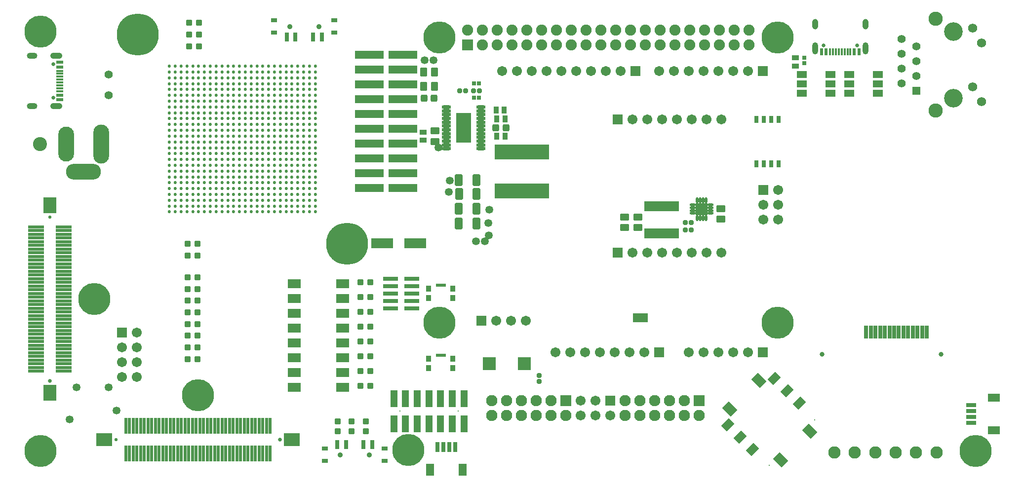
<source format=gts>
G04*
G04 #@! TF.GenerationSoftware,Altium Limited,Altium Designer,24.10.1 (45)*
G04*
G04 Layer_Color=8388736*
%FSLAX44Y44*%
%MOMM*%
G71*
G04*
G04 #@! TF.SameCoordinates,2A984072-E791-4F40-B98E-8DF9AE0FA605*
G04*
G04*
G04 #@! TF.FilePolarity,Negative*
G04*
G01*
G75*
%ADD27R,0.9000X1.0000*%
%ADD28R,1.7000X0.5500*%
%ADD31R,2.1600X1.5200*%
%ADD49R,1.1500X0.3000*%
%ADD50R,1.1500X0.6000*%
%ADD53R,0.7000X1.5000*%
%ADD54R,1.0000X0.8000*%
%ADD55C,0.5300*%
%ADD58R,0.6000X1.1500*%
%ADD60R,0.7600X1.2700*%
%ADD71R,0.3000X1.1500*%
%ADD74R,2.6000X1.6000*%
%ADD75R,4.9532X1.4032*%
%ADD76R,9.2964X2.5908*%
%ADD77R,1.2032X2.9532*%
%ADD78R,0.5532X2.7032*%
%ADD79R,2.7032X2.2032*%
%ADD80R,3.7032X1.8032*%
%ADD81R,2.6032X0.8032*%
%ADD82R,2.7032X0.5532*%
%ADD83R,2.2032X2.7032*%
G04:AMPARAMS|DCode=84|XSize=2.0032mm|YSize=1.3532mm|CornerRadius=0.2454mm|HoleSize=0mm|Usage=FLASHONLY|Rotation=270.000|XOffset=0mm|YOffset=0mm|HoleType=Round|Shape=RoundedRectangle|*
%AMROUNDEDRECTD84*
21,1,2.0032,0.8625,0,0,270.0*
21,1,1.5125,1.3532,0,0,270.0*
1,1,0.4907,-0.4313,-0.7563*
1,1,0.4907,-0.4313,0.7563*
1,1,0.4907,0.4313,0.7563*
1,1,0.4907,0.4313,-0.7563*
%
%ADD84ROUNDEDRECTD84*%
G04:AMPARAMS|DCode=85|XSize=1.0032mm|YSize=1.0032mm|CornerRadius=0.2016mm|HoleSize=0mm|Usage=FLASHONLY|Rotation=180.000|XOffset=0mm|YOffset=0mm|HoleType=Round|Shape=RoundedRectangle|*
%AMROUNDEDRECTD85*
21,1,1.0032,0.6000,0,0,180.0*
21,1,0.6000,1.0032,0,0,180.0*
1,1,0.4032,-0.3000,0.3000*
1,1,0.4032,0.3000,0.3000*
1,1,0.4032,0.3000,-0.3000*
1,1,0.4032,-0.3000,-0.3000*
%
%ADD85ROUNDEDRECTD85*%
G04:AMPARAMS|DCode=86|XSize=1.2032mm|YSize=1.1032mm|CornerRadius=0.2141mm|HoleSize=0mm|Usage=FLASHONLY|Rotation=270.000|XOffset=0mm|YOffset=0mm|HoleType=Round|Shape=RoundedRectangle|*
%AMROUNDEDRECTD86*
21,1,1.2032,0.6750,0,0,270.0*
21,1,0.7750,1.1032,0,0,270.0*
1,1,0.4282,-0.3375,-0.3875*
1,1,0.4282,-0.3375,0.3875*
1,1,0.4282,0.3375,0.3875*
1,1,0.4282,0.3375,-0.3875*
%
%ADD86ROUNDEDRECTD86*%
G04:AMPARAMS|DCode=87|XSize=1.6032mm|YSize=1.2032mm|CornerRadius=0.2266mm|HoleSize=0mm|Usage=FLASHONLY|Rotation=270.000|XOffset=0mm|YOffset=0mm|HoleType=Round|Shape=RoundedRectangle|*
%AMROUNDEDRECTD87*
21,1,1.6032,0.7500,0,0,270.0*
21,1,1.1500,1.2032,0,0,270.0*
1,1,0.4532,-0.3750,-0.5750*
1,1,0.4532,-0.3750,0.5750*
1,1,0.4532,0.3750,0.5750*
1,1,0.4532,0.3750,-0.5750*
%
%ADD87ROUNDEDRECTD87*%
G04:AMPARAMS|DCode=88|XSize=1.6032mm|YSize=1.2032mm|CornerRadius=0.2266mm|HoleSize=0mm|Usage=FLASHONLY|Rotation=0.000|XOffset=0mm|YOffset=0mm|HoleType=Round|Shape=RoundedRectangle|*
%AMROUNDEDRECTD88*
21,1,1.6032,0.7500,0,0,0.0*
21,1,1.1500,1.2032,0,0,0.0*
1,1,0.4532,0.5750,-0.3750*
1,1,0.4532,-0.5750,-0.3750*
1,1,0.4532,-0.5750,0.3750*
1,1,0.4532,0.5750,0.3750*
%
%ADD88ROUNDEDRECTD88*%
%ADD89R,0.9532X1.1532*%
%ADD90O,1.6032X0.6532*%
%ADD91R,2.5632X5.1432*%
%ADD92R,1.1532X0.9532*%
%ADD93R,0.7600X0.7600*%
G04:AMPARAMS|DCode=94|XSize=0.8032mm|YSize=0.8032mm|CornerRadius=0.1616mm|HoleSize=0mm|Usage=FLASHONLY|Rotation=270.000|XOffset=0mm|YOffset=0mm|HoleType=Round|Shape=RoundedRectangle|*
%AMROUNDEDRECTD94*
21,1,0.8032,0.4800,0,0,270.0*
21,1,0.4800,0.8032,0,0,270.0*
1,1,0.3232,-0.2400,-0.2400*
1,1,0.3232,-0.2400,0.2400*
1,1,0.3232,0.2400,0.2400*
1,1,0.3232,0.2400,-0.2400*
%
%ADD94ROUNDEDRECTD94*%
%ADD95R,0.8032X1.7532*%
%ADD96R,1.4032X2.0032*%
%ADD97R,0.7033X2.2032*%
%ADD98R,1.7032X1.2032*%
%ADD99R,0.7600X0.7600*%
%ADD100R,1.7532X0.8032*%
G04:AMPARAMS|DCode=101|XSize=2.1032mm|YSize=1.6032mm|CornerRadius=0mm|HoleSize=0mm|Usage=FLASHONLY|Rotation=135.000|XOffset=0mm|YOffset=0mm|HoleType=Round|Shape=Rectangle|*
%AMROTATEDRECTD101*
4,1,4,1.3104,-0.1768,0.1768,-1.3104,-1.3104,0.1768,-0.1768,1.3104,1.3104,-0.1768,0.0*
%
%ADD101ROTATEDRECTD101*%

%ADD102O,1.1032X0.4532*%
%ADD103R,2.0032X2.0032*%
%ADD104O,0.4532X1.1032*%
G04:AMPARAMS|DCode=105|XSize=1.9032mm|YSize=1.4032mm|CornerRadius=0mm|HoleSize=0mm|Usage=FLASHONLY|Rotation=45.000|XOffset=0mm|YOffset=0mm|HoleType=Round|Shape=Rectangle|*
%AMROTATEDRECTD105*
4,1,4,-0.1768,-1.1690,-1.1690,-0.1768,0.1768,1.1690,1.1690,0.1768,-0.1768,-1.1690,0.0*
%
%ADD105ROTATEDRECTD105*%

%ADD106R,2.2032X2.2032*%
G04:AMPARAMS|DCode=107|XSize=0.8032mm|YSize=0.8032mm|CornerRadius=0.1616mm|HoleSize=0mm|Usage=FLASHONLY|Rotation=180.000|XOffset=0mm|YOffset=0mm|HoleType=Round|Shape=RoundedRectangle|*
%AMROUNDEDRECTD107*
21,1,0.8032,0.4800,0,0,180.0*
21,1,0.4800,0.8032,0,0,180.0*
1,1,0.3232,-0.2400,0.2400*
1,1,0.3232,0.2400,0.2400*
1,1,0.3232,0.2400,-0.2400*
1,1,0.3232,-0.2400,-0.2400*
%
%ADD107ROUNDEDRECTD107*%
%ADD108R,5.9032X1.8032*%
%ADD109R,0.8382X1.4732*%
G04:AMPARAMS|DCode=110|XSize=1.0032mm|YSize=1.0032mm|CornerRadius=0.2016mm|HoleSize=0mm|Usage=FLASHONLY|Rotation=270.000|XOffset=0mm|YOffset=0mm|HoleType=Round|Shape=RoundedRectangle|*
%AMROUNDEDRECTD110*
21,1,1.0032,0.6000,0,0,270.0*
21,1,0.6000,1.0032,0,0,270.0*
1,1,0.4032,-0.3000,-0.3000*
1,1,0.4032,-0.3000,0.3000*
1,1,0.4032,0.3000,0.3000*
1,1,0.4032,0.3000,-0.3000*
%
%ADD110ROUNDEDRECTD110*%
%ADD111R,2.0032X1.4032*%
%ADD112C,0.2032*%
%ADD113C,0.6782*%
%ADD114C,0.5782*%
G04:AMPARAMS|DCode=115|XSize=6.0032mm|YSize=2.7032mm|CornerRadius=1.3516mm|HoleSize=0mm|Usage=FLASHONLY|Rotation=0.000|XOffset=0mm|YOffset=0mm|HoleType=Round|Shape=RoundedRectangle|*
%AMROUNDEDRECTD115*
21,1,6.0032,0.0000,0,0,0.0*
21,1,3.3000,2.7032,0,0,0.0*
1,1,2.7032,1.6500,0.0000*
1,1,2.7032,-1.6500,0.0000*
1,1,2.7032,-1.6500,0.0000*
1,1,2.7032,1.6500,0.0000*
%
%ADD115ROUNDEDRECTD115*%
G04:AMPARAMS|DCode=116|XSize=6.0032mm|YSize=2.7032mm|CornerRadius=1.3516mm|HoleSize=0mm|Usage=FLASHONLY|Rotation=270.000|XOffset=0mm|YOffset=0mm|HoleType=Round|Shape=RoundedRectangle|*
%AMROUNDEDRECTD116*
21,1,6.0032,0.0000,0,0,270.0*
21,1,3.3000,2.7032,0,0,270.0*
1,1,2.7032,0.0000,-1.6500*
1,1,2.7032,0.0000,1.6500*
1,1,2.7032,0.0000,1.6500*
1,1,2.7032,0.0000,-1.6500*
%
%ADD116ROUNDEDRECTD116*%
G04:AMPARAMS|DCode=117|XSize=6.7032mm|YSize=2.7032mm|CornerRadius=1.3516mm|HoleSize=0mm|Usage=FLASHONLY|Rotation=270.000|XOffset=0mm|YOffset=0mm|HoleType=Round|Shape=RoundedRectangle|*
%AMROUNDEDRECTD117*
21,1,6.7032,0.0000,0,0,270.0*
21,1,4.0000,2.7032,0,0,270.0*
1,1,2.7032,0.0000,-2.0000*
1,1,2.7032,0.0000,2.0000*
1,1,2.7032,0.0000,2.0000*
1,1,2.7032,0.0000,-2.0000*
%
%ADD117ROUNDEDRECTD117*%
%ADD118C,2.4032*%
%ADD119C,1.7032*%
%ADD120R,1.7032X1.7032*%
%ADD121C,0.5588*%
%ADD122C,5.5032*%
G04:AMPARAMS|DCode=123|XSize=1mm|YSize=1.8mm|CornerRadius=0.5mm|HoleSize=0mm|Usage=FLASHONLY|Rotation=270.000|XOffset=0mm|YOffset=0mm|HoleType=Round|Shape=RoundedRectangle|*
%AMROUNDEDRECTD123*
21,1,1.0000,0.8000,0,0,270.0*
21,1,0.0000,1.8000,0,0,270.0*
1,1,1.0000,-0.4000,0.0000*
1,1,1.0000,-0.4000,0.0000*
1,1,1.0000,0.4000,0.0000*
1,1,1.0000,0.4000,0.0000*
%
%ADD123ROUNDEDRECTD123*%
G04:AMPARAMS|DCode=124|XSize=1mm|YSize=2.1mm|CornerRadius=0.5mm|HoleSize=0mm|Usage=FLASHONLY|Rotation=270.000|XOffset=0mm|YOffset=0mm|HoleType=Round|Shape=RoundedRectangle|*
%AMROUNDEDRECTD124*
21,1,1.0000,1.1000,0,0,270.0*
21,1,0.0000,2.1000,0,0,270.0*
1,1,1.0000,-0.5500,0.0000*
1,1,1.0000,-0.5500,0.0000*
1,1,1.0000,0.5500,0.0000*
1,1,1.0000,0.5500,0.0000*
%
%ADD124ROUNDEDRECTD124*%
%ADD125C,0.6500*%
%ADD126C,7.2032*%
%ADD127C,0.9000*%
%ADD128R,1.7032X1.7032*%
%ADD129C,0.8032*%
%ADD130C,1.3900*%
%ADD131C,1.9032*%
%ADD132C,2.1032*%
%ADD133C,1.9304*%
%ADD134C,1.4032*%
%ADD135C,1.5700*%
%ADD136R,1.9032X1.9032*%
%ADD137R,1.8796X1.8796*%
%ADD138C,3.2000*%
%ADD139R,1.3900X1.3900*%
%ADD140C,2.4500*%
G04:AMPARAMS|DCode=141|XSize=1mm|YSize=1.8mm|CornerRadius=0.5mm|HoleSize=0mm|Usage=FLASHONLY|Rotation=180.000|XOffset=0mm|YOffset=0mm|HoleType=Round|Shape=RoundedRectangle|*
%AMROUNDEDRECTD141*
21,1,1.0000,0.8000,0,0,180.0*
21,1,0.0000,1.8000,0,0,180.0*
1,1,1.0000,0.0000,0.4000*
1,1,1.0000,0.0000,0.4000*
1,1,1.0000,0.0000,-0.4000*
1,1,1.0000,0.0000,-0.4000*
%
%ADD141ROUNDEDRECTD141*%
G04:AMPARAMS|DCode=142|XSize=1mm|YSize=2.1mm|CornerRadius=0.5mm|HoleSize=0mm|Usage=FLASHONLY|Rotation=180.000|XOffset=0mm|YOffset=0mm|HoleType=Round|Shape=RoundedRectangle|*
%AMROUNDEDRECTD142*
21,1,1.0000,1.1000,0,0,180.0*
21,1,0.0000,2.1000,0,0,180.0*
1,1,1.0000,0.0000,0.5500*
1,1,1.0000,0.0000,0.5500*
1,1,1.0000,0.0000,-0.5500*
1,1,1.0000,0.0000,-0.5500*
%
%ADD142ROUNDEDRECTD142*%
%ADD143C,1.3462*%
%ADD144C,0.7032*%
D27*
X444500Y-502000D02*
D03*
Y-518000D02*
D03*
X485500D02*
D03*
Y-502000D02*
D03*
Y-398000D02*
D03*
X444500D02*
D03*
Y-382000D02*
D03*
X485500D02*
D03*
D28*
X465000Y-495750D02*
D03*
Y-375750D02*
D03*
D31*
X296570Y-525780D02*
D03*
Y-398780D02*
D03*
Y-373380D02*
D03*
Y-474980D02*
D03*
Y-424180D02*
D03*
Y-500380D02*
D03*
Y-551180D02*
D03*
Y-449580D02*
D03*
X213970Y-551180D02*
D03*
Y-525780D02*
D03*
Y-500380D02*
D03*
Y-474980D02*
D03*
Y-449580D02*
D03*
Y-424180D02*
D03*
Y-373380D02*
D03*
Y-398780D02*
D03*
D49*
X-188500Y-7920D02*
D03*
Y-12920D02*
D03*
Y-17920D02*
D03*
Y-22920D02*
D03*
Y-27920D02*
D03*
Y-32920D02*
D03*
Y-37920D02*
D03*
Y-42920D02*
D03*
D50*
Y-1420D02*
D03*
Y-49420D02*
D03*
Y-57420D02*
D03*
Y6580D02*
D03*
D53*
X260880Y50460D02*
D03*
X245880D02*
D03*
X200880D02*
D03*
X215880D02*
D03*
X347540Y-649130D02*
D03*
X302540D02*
D03*
X287540D02*
D03*
X332540D02*
D03*
D54*
X179380Y78460D02*
D03*
Y57460D02*
D03*
X282380Y78460D02*
D03*
Y57460D02*
D03*
X266040Y-677130D02*
D03*
Y-656130D02*
D03*
X369040Y-677130D02*
D03*
Y-656130D02*
D03*
D55*
X0Y-250000D02*
D03*
Y-240000D02*
D03*
Y-230000D02*
D03*
Y-220000D02*
D03*
Y-210000D02*
D03*
Y-200000D02*
D03*
Y-190000D02*
D03*
Y-180000D02*
D03*
Y-170000D02*
D03*
Y-160000D02*
D03*
Y-150000D02*
D03*
Y-140000D02*
D03*
Y-130000D02*
D03*
Y-120000D02*
D03*
Y-110000D02*
D03*
Y-100000D02*
D03*
Y-90000D02*
D03*
Y-80000D02*
D03*
Y-70000D02*
D03*
Y-60000D02*
D03*
Y-50000D02*
D03*
Y-40000D02*
D03*
Y-30000D02*
D03*
Y-20000D02*
D03*
Y-10000D02*
D03*
Y0D02*
D03*
X10000Y-250000D02*
D03*
Y-240000D02*
D03*
Y-230000D02*
D03*
Y-220000D02*
D03*
Y-210000D02*
D03*
Y-200000D02*
D03*
Y-190000D02*
D03*
Y-180000D02*
D03*
Y-170000D02*
D03*
Y-160000D02*
D03*
Y-150000D02*
D03*
Y-140000D02*
D03*
Y-130000D02*
D03*
Y-120000D02*
D03*
Y-110000D02*
D03*
Y-100000D02*
D03*
Y-90000D02*
D03*
Y-80000D02*
D03*
Y-70000D02*
D03*
Y-60000D02*
D03*
Y-50000D02*
D03*
Y-40000D02*
D03*
Y-30000D02*
D03*
Y-20000D02*
D03*
Y-10000D02*
D03*
Y0D02*
D03*
X20000Y-250000D02*
D03*
Y-240000D02*
D03*
Y-230000D02*
D03*
Y-220000D02*
D03*
Y-210000D02*
D03*
Y-200000D02*
D03*
Y-190000D02*
D03*
Y-180000D02*
D03*
Y-170000D02*
D03*
Y-160000D02*
D03*
Y-150000D02*
D03*
Y-140000D02*
D03*
Y-130000D02*
D03*
Y-120000D02*
D03*
Y-110000D02*
D03*
Y-100000D02*
D03*
Y-90000D02*
D03*
Y-80000D02*
D03*
Y-70000D02*
D03*
Y-60000D02*
D03*
Y-50000D02*
D03*
Y-40000D02*
D03*
Y-30000D02*
D03*
Y-20000D02*
D03*
Y-10000D02*
D03*
Y0D02*
D03*
X30000Y-250000D02*
D03*
Y-240000D02*
D03*
Y-230000D02*
D03*
Y-220000D02*
D03*
Y-210000D02*
D03*
Y-200000D02*
D03*
Y-190000D02*
D03*
Y-180000D02*
D03*
Y-170000D02*
D03*
Y-160000D02*
D03*
Y-150000D02*
D03*
Y-140000D02*
D03*
Y-130000D02*
D03*
Y-120000D02*
D03*
Y-110000D02*
D03*
Y-100000D02*
D03*
Y-90000D02*
D03*
Y-80000D02*
D03*
Y-70000D02*
D03*
Y-60000D02*
D03*
Y-50000D02*
D03*
Y-40000D02*
D03*
Y-30000D02*
D03*
Y-20000D02*
D03*
Y-10000D02*
D03*
Y0D02*
D03*
X40000Y-250000D02*
D03*
Y-240000D02*
D03*
Y-230000D02*
D03*
Y-220000D02*
D03*
Y-210000D02*
D03*
Y-200000D02*
D03*
Y-190000D02*
D03*
Y-180000D02*
D03*
Y-170000D02*
D03*
Y-160000D02*
D03*
Y-150000D02*
D03*
Y-140000D02*
D03*
Y-130000D02*
D03*
Y-120000D02*
D03*
Y-110000D02*
D03*
Y-100000D02*
D03*
Y-90000D02*
D03*
Y-80000D02*
D03*
Y-70000D02*
D03*
Y-60000D02*
D03*
Y-50000D02*
D03*
Y-40000D02*
D03*
Y-30000D02*
D03*
Y-20000D02*
D03*
Y-10000D02*
D03*
Y0D02*
D03*
X50000Y-250000D02*
D03*
Y-240000D02*
D03*
Y-230000D02*
D03*
Y-220000D02*
D03*
Y-210000D02*
D03*
Y-200000D02*
D03*
Y-190000D02*
D03*
Y-180000D02*
D03*
Y-170000D02*
D03*
Y-160000D02*
D03*
Y-150000D02*
D03*
Y-140000D02*
D03*
Y-130000D02*
D03*
Y-120000D02*
D03*
Y-110000D02*
D03*
Y-100000D02*
D03*
Y-90000D02*
D03*
Y-80000D02*
D03*
Y-70000D02*
D03*
Y-60000D02*
D03*
Y-50000D02*
D03*
Y-40000D02*
D03*
Y-30000D02*
D03*
Y-20000D02*
D03*
Y-10000D02*
D03*
Y0D02*
D03*
X60000Y-250000D02*
D03*
Y-240000D02*
D03*
Y-230000D02*
D03*
Y-220000D02*
D03*
Y-210000D02*
D03*
Y-200000D02*
D03*
Y-190000D02*
D03*
Y-180000D02*
D03*
Y-170000D02*
D03*
Y-160000D02*
D03*
Y-150000D02*
D03*
Y-140000D02*
D03*
Y-130000D02*
D03*
Y-120000D02*
D03*
Y-110000D02*
D03*
Y-100000D02*
D03*
Y-90000D02*
D03*
Y-80000D02*
D03*
Y-70000D02*
D03*
Y-60000D02*
D03*
Y-50000D02*
D03*
Y-40000D02*
D03*
Y-30000D02*
D03*
Y-20000D02*
D03*
Y-10000D02*
D03*
Y0D02*
D03*
X70000Y-250000D02*
D03*
Y-240000D02*
D03*
Y-230000D02*
D03*
Y-220000D02*
D03*
Y-210000D02*
D03*
Y-200000D02*
D03*
Y-190000D02*
D03*
Y-180000D02*
D03*
Y-170000D02*
D03*
Y-160000D02*
D03*
Y-150000D02*
D03*
Y-140000D02*
D03*
Y-130000D02*
D03*
Y-120000D02*
D03*
Y-110000D02*
D03*
Y-100000D02*
D03*
Y-90000D02*
D03*
Y-80000D02*
D03*
Y-70000D02*
D03*
Y-60000D02*
D03*
Y-50000D02*
D03*
Y-40000D02*
D03*
Y-30000D02*
D03*
Y-20000D02*
D03*
Y-10000D02*
D03*
Y0D02*
D03*
X80000Y-250000D02*
D03*
Y-240000D02*
D03*
Y-230000D02*
D03*
Y-220000D02*
D03*
Y-210000D02*
D03*
Y-200000D02*
D03*
Y-190000D02*
D03*
Y-180000D02*
D03*
Y-170000D02*
D03*
Y-160000D02*
D03*
Y-150000D02*
D03*
Y-140000D02*
D03*
Y-130000D02*
D03*
Y-120000D02*
D03*
Y-110000D02*
D03*
Y-100000D02*
D03*
Y-90000D02*
D03*
Y-80000D02*
D03*
Y-70000D02*
D03*
Y-60000D02*
D03*
Y-50000D02*
D03*
Y-40000D02*
D03*
Y-30000D02*
D03*
Y-20000D02*
D03*
Y-10000D02*
D03*
Y0D02*
D03*
X90000Y-250000D02*
D03*
Y-240000D02*
D03*
Y-230000D02*
D03*
Y-220000D02*
D03*
Y-210000D02*
D03*
Y-200000D02*
D03*
Y-190000D02*
D03*
Y-180000D02*
D03*
Y-170000D02*
D03*
Y-160000D02*
D03*
Y-150000D02*
D03*
Y-140000D02*
D03*
Y-130000D02*
D03*
Y-120000D02*
D03*
Y-110000D02*
D03*
Y-100000D02*
D03*
Y-90000D02*
D03*
Y-80000D02*
D03*
Y-70000D02*
D03*
Y-60000D02*
D03*
Y-50000D02*
D03*
Y-40000D02*
D03*
Y-30000D02*
D03*
Y-20000D02*
D03*
Y-10000D02*
D03*
Y0D02*
D03*
X100000Y-250000D02*
D03*
Y-240000D02*
D03*
Y-230000D02*
D03*
Y-220000D02*
D03*
Y-210000D02*
D03*
Y-200000D02*
D03*
Y-190000D02*
D03*
Y-180000D02*
D03*
Y-170000D02*
D03*
Y-160000D02*
D03*
Y-150000D02*
D03*
Y-140000D02*
D03*
Y-130000D02*
D03*
Y-120000D02*
D03*
Y-110000D02*
D03*
Y-100000D02*
D03*
Y-90000D02*
D03*
Y-80000D02*
D03*
Y-70000D02*
D03*
Y-60000D02*
D03*
Y-50000D02*
D03*
Y-40000D02*
D03*
Y-30000D02*
D03*
Y-20000D02*
D03*
Y-10000D02*
D03*
Y0D02*
D03*
X110000Y-250000D02*
D03*
Y-240000D02*
D03*
Y-230000D02*
D03*
Y-220000D02*
D03*
Y-210000D02*
D03*
Y-200000D02*
D03*
Y-190000D02*
D03*
Y-180000D02*
D03*
Y-170000D02*
D03*
Y-160000D02*
D03*
Y-150000D02*
D03*
Y-140000D02*
D03*
Y-130000D02*
D03*
Y-120000D02*
D03*
Y-110000D02*
D03*
Y-100000D02*
D03*
Y-90000D02*
D03*
Y-80000D02*
D03*
Y-70000D02*
D03*
Y-60000D02*
D03*
Y-50000D02*
D03*
Y-40000D02*
D03*
Y-30000D02*
D03*
Y-20000D02*
D03*
Y-10000D02*
D03*
Y0D02*
D03*
X120000Y-250000D02*
D03*
Y-240000D02*
D03*
Y-230000D02*
D03*
Y-220000D02*
D03*
Y-210000D02*
D03*
Y-200000D02*
D03*
Y-190000D02*
D03*
Y-180000D02*
D03*
Y-170000D02*
D03*
Y-160000D02*
D03*
Y-150000D02*
D03*
Y-140000D02*
D03*
Y-130000D02*
D03*
Y-120000D02*
D03*
Y-110000D02*
D03*
Y-100000D02*
D03*
Y-90000D02*
D03*
Y-80000D02*
D03*
Y-70000D02*
D03*
Y-60000D02*
D03*
Y-50000D02*
D03*
Y-40000D02*
D03*
Y-30000D02*
D03*
Y-20000D02*
D03*
Y-10000D02*
D03*
Y0D02*
D03*
X130000Y-250000D02*
D03*
Y-240000D02*
D03*
Y-230000D02*
D03*
Y-220000D02*
D03*
Y-210000D02*
D03*
Y-200000D02*
D03*
Y-190000D02*
D03*
Y-180000D02*
D03*
Y-170000D02*
D03*
Y-160000D02*
D03*
Y-150000D02*
D03*
Y-140000D02*
D03*
Y-130000D02*
D03*
Y-120000D02*
D03*
Y-110000D02*
D03*
Y-100000D02*
D03*
Y-90000D02*
D03*
Y-80000D02*
D03*
Y-70000D02*
D03*
Y-60000D02*
D03*
Y-50000D02*
D03*
Y-40000D02*
D03*
Y-30000D02*
D03*
Y-20000D02*
D03*
Y-10000D02*
D03*
Y0D02*
D03*
X140000Y-250000D02*
D03*
Y-240000D02*
D03*
Y-230000D02*
D03*
Y-220000D02*
D03*
Y-210000D02*
D03*
Y-200000D02*
D03*
Y-190000D02*
D03*
Y-180000D02*
D03*
Y-170000D02*
D03*
Y-160000D02*
D03*
Y-150000D02*
D03*
Y-140000D02*
D03*
Y-130000D02*
D03*
Y-120000D02*
D03*
Y-110000D02*
D03*
Y-100000D02*
D03*
Y-90000D02*
D03*
Y-80000D02*
D03*
Y-70000D02*
D03*
Y-60000D02*
D03*
Y-50000D02*
D03*
Y-40000D02*
D03*
Y-30000D02*
D03*
Y-20000D02*
D03*
Y-10000D02*
D03*
Y0D02*
D03*
X150000Y-250000D02*
D03*
Y-240000D02*
D03*
Y-230000D02*
D03*
Y-220000D02*
D03*
Y-210000D02*
D03*
Y-200000D02*
D03*
Y-190000D02*
D03*
Y-180000D02*
D03*
Y-170000D02*
D03*
Y-160000D02*
D03*
Y-150000D02*
D03*
Y-140000D02*
D03*
Y-130000D02*
D03*
Y-120000D02*
D03*
Y-110000D02*
D03*
Y-100000D02*
D03*
Y-90000D02*
D03*
Y-80000D02*
D03*
Y-70000D02*
D03*
Y-60000D02*
D03*
Y-50000D02*
D03*
Y-40000D02*
D03*
Y-30000D02*
D03*
Y-20000D02*
D03*
Y-10000D02*
D03*
Y0D02*
D03*
X160000Y-250000D02*
D03*
Y-240000D02*
D03*
Y-230000D02*
D03*
Y-220000D02*
D03*
Y-210000D02*
D03*
Y-200000D02*
D03*
Y-190000D02*
D03*
Y-180000D02*
D03*
Y-170000D02*
D03*
Y-160000D02*
D03*
Y-150000D02*
D03*
Y-140000D02*
D03*
Y-130000D02*
D03*
Y-120000D02*
D03*
Y-110000D02*
D03*
Y-100000D02*
D03*
Y-90000D02*
D03*
Y-80000D02*
D03*
Y-70000D02*
D03*
Y-60000D02*
D03*
Y-50000D02*
D03*
Y-40000D02*
D03*
Y-30000D02*
D03*
Y-20000D02*
D03*
Y-10000D02*
D03*
Y0D02*
D03*
X170000Y-250000D02*
D03*
Y-240000D02*
D03*
Y-230000D02*
D03*
Y-220000D02*
D03*
Y-210000D02*
D03*
Y-200000D02*
D03*
Y-190000D02*
D03*
Y-180000D02*
D03*
Y-170000D02*
D03*
Y-160000D02*
D03*
Y-150000D02*
D03*
Y-140000D02*
D03*
Y-130000D02*
D03*
Y-120000D02*
D03*
Y-110000D02*
D03*
Y-100000D02*
D03*
Y-90000D02*
D03*
Y-80000D02*
D03*
Y-70000D02*
D03*
Y-60000D02*
D03*
Y-50000D02*
D03*
Y-40000D02*
D03*
Y-30000D02*
D03*
Y-20000D02*
D03*
Y-10000D02*
D03*
Y0D02*
D03*
X180000Y-250000D02*
D03*
Y-240000D02*
D03*
Y-230000D02*
D03*
Y-220000D02*
D03*
Y-210000D02*
D03*
Y-200000D02*
D03*
Y-190000D02*
D03*
Y-180000D02*
D03*
Y-170000D02*
D03*
Y-160000D02*
D03*
Y-150000D02*
D03*
Y-140000D02*
D03*
Y-130000D02*
D03*
Y-120000D02*
D03*
Y-110000D02*
D03*
Y-100000D02*
D03*
Y-90000D02*
D03*
Y-80000D02*
D03*
Y-70000D02*
D03*
Y-60000D02*
D03*
Y-50000D02*
D03*
Y-40000D02*
D03*
Y-30000D02*
D03*
Y-20000D02*
D03*
Y-10000D02*
D03*
Y0D02*
D03*
X190000Y-250000D02*
D03*
Y-240000D02*
D03*
Y-230000D02*
D03*
Y-220000D02*
D03*
Y-210000D02*
D03*
Y-200000D02*
D03*
Y-190000D02*
D03*
Y-180000D02*
D03*
Y-170000D02*
D03*
Y-160000D02*
D03*
Y-150000D02*
D03*
Y-140000D02*
D03*
Y-130000D02*
D03*
Y-120000D02*
D03*
Y-110000D02*
D03*
Y-100000D02*
D03*
Y-90000D02*
D03*
Y-80000D02*
D03*
Y-70000D02*
D03*
Y-60000D02*
D03*
Y-50000D02*
D03*
Y-40000D02*
D03*
Y-30000D02*
D03*
Y-20000D02*
D03*
Y-10000D02*
D03*
Y0D02*
D03*
X200000Y-250000D02*
D03*
Y-240000D02*
D03*
Y-230000D02*
D03*
Y-220000D02*
D03*
Y-210000D02*
D03*
Y-200000D02*
D03*
Y-190000D02*
D03*
Y-180000D02*
D03*
Y-170000D02*
D03*
Y-160000D02*
D03*
Y-150000D02*
D03*
Y-140000D02*
D03*
Y-130000D02*
D03*
Y-120000D02*
D03*
Y-110000D02*
D03*
Y-100000D02*
D03*
Y-90000D02*
D03*
Y-80000D02*
D03*
Y-70000D02*
D03*
Y-60000D02*
D03*
Y-50000D02*
D03*
Y-40000D02*
D03*
Y-30000D02*
D03*
Y-20000D02*
D03*
Y-10000D02*
D03*
Y0D02*
D03*
X210000Y-250000D02*
D03*
Y-240000D02*
D03*
Y-230000D02*
D03*
Y-220000D02*
D03*
Y-210000D02*
D03*
Y-200000D02*
D03*
Y-190000D02*
D03*
Y-180000D02*
D03*
Y-170000D02*
D03*
Y-160000D02*
D03*
Y-150000D02*
D03*
Y-140000D02*
D03*
Y-130000D02*
D03*
Y-120000D02*
D03*
Y-110000D02*
D03*
Y-100000D02*
D03*
Y-90000D02*
D03*
Y-80000D02*
D03*
Y-70000D02*
D03*
Y-60000D02*
D03*
Y-50000D02*
D03*
Y-40000D02*
D03*
Y-30000D02*
D03*
Y-20000D02*
D03*
Y-10000D02*
D03*
Y0D02*
D03*
X220000Y-250000D02*
D03*
Y-240000D02*
D03*
Y-230000D02*
D03*
Y-220000D02*
D03*
Y-210000D02*
D03*
Y-200000D02*
D03*
Y-190000D02*
D03*
Y-180000D02*
D03*
Y-170000D02*
D03*
Y-160000D02*
D03*
Y-150000D02*
D03*
Y-140000D02*
D03*
Y-130000D02*
D03*
Y-120000D02*
D03*
Y-110000D02*
D03*
Y-100000D02*
D03*
Y-90000D02*
D03*
Y-80000D02*
D03*
Y-70000D02*
D03*
Y-60000D02*
D03*
Y-50000D02*
D03*
Y-40000D02*
D03*
Y-30000D02*
D03*
Y-20000D02*
D03*
Y-10000D02*
D03*
Y0D02*
D03*
X230000Y-250000D02*
D03*
Y-240000D02*
D03*
Y-230000D02*
D03*
Y-220000D02*
D03*
Y-210000D02*
D03*
Y-200000D02*
D03*
Y-190000D02*
D03*
Y-180000D02*
D03*
Y-170000D02*
D03*
Y-160000D02*
D03*
Y-150000D02*
D03*
Y-140000D02*
D03*
Y-130000D02*
D03*
Y-120000D02*
D03*
Y-110000D02*
D03*
Y-100000D02*
D03*
Y-90000D02*
D03*
Y-80000D02*
D03*
Y-70000D02*
D03*
Y-60000D02*
D03*
Y-50000D02*
D03*
Y-40000D02*
D03*
Y-30000D02*
D03*
Y-20000D02*
D03*
Y-10000D02*
D03*
Y0D02*
D03*
X240000Y-250000D02*
D03*
Y-240000D02*
D03*
Y-230000D02*
D03*
Y-220000D02*
D03*
Y-210000D02*
D03*
Y-200000D02*
D03*
Y-190000D02*
D03*
Y-180000D02*
D03*
Y-170000D02*
D03*
Y-160000D02*
D03*
Y-150000D02*
D03*
Y-140000D02*
D03*
Y-130000D02*
D03*
Y-120000D02*
D03*
Y-110000D02*
D03*
Y-100000D02*
D03*
Y-90000D02*
D03*
Y-80000D02*
D03*
Y-70000D02*
D03*
Y-60000D02*
D03*
Y-50000D02*
D03*
Y-40000D02*
D03*
Y-30000D02*
D03*
Y-20000D02*
D03*
Y-10000D02*
D03*
Y0D02*
D03*
X250000Y-250000D02*
D03*
Y-240000D02*
D03*
Y-230000D02*
D03*
Y-220000D02*
D03*
Y-210000D02*
D03*
Y-200000D02*
D03*
Y-190000D02*
D03*
Y-180000D02*
D03*
Y-170000D02*
D03*
Y-160000D02*
D03*
Y-150000D02*
D03*
Y-140000D02*
D03*
Y-130000D02*
D03*
Y-120000D02*
D03*
Y-110000D02*
D03*
Y-100000D02*
D03*
Y-90000D02*
D03*
Y-80000D02*
D03*
Y-70000D02*
D03*
Y-60000D02*
D03*
Y-50000D02*
D03*
Y-40000D02*
D03*
Y-30000D02*
D03*
Y-20000D02*
D03*
Y-10000D02*
D03*
Y0D02*
D03*
D58*
X1182100Y24580D02*
D03*
X1118100D02*
D03*
X1174100D02*
D03*
X1126100D02*
D03*
D60*
X1018790Y-91420D02*
D03*
X1006090D02*
D03*
Y-167620D02*
D03*
X1018790D02*
D03*
X1031490D02*
D03*
X1044190D02*
D03*
Y-91420D02*
D03*
X1031490D02*
D03*
D71*
X1167600Y24580D02*
D03*
X1162600D02*
D03*
X1157600D02*
D03*
X1152600D02*
D03*
X1147600D02*
D03*
X1142600D02*
D03*
X1137600D02*
D03*
X1132600D02*
D03*
D74*
X807199Y-431780D02*
D03*
D75*
X400000Y-132400D02*
D03*
X342500D02*
D03*
X400000Y-107000D02*
D03*
Y-81600D02*
D03*
X342500Y-107000D02*
D03*
Y-81600D02*
D03*
X400000Y-56200D02*
D03*
Y-30800D02*
D03*
Y-5400D02*
D03*
Y20000D02*
D03*
X342500Y-56200D02*
D03*
Y-30800D02*
D03*
Y-5400D02*
D03*
Y20000D02*
D03*
Y-157800D02*
D03*
Y-183200D02*
D03*
Y-208600D02*
D03*
X400000Y-157800D02*
D03*
Y-183200D02*
D03*
Y-208600D02*
D03*
D76*
X603790Y-214154D02*
D03*
Y-147606D02*
D03*
D77*
X384720Y-570770D02*
D03*
X504720D02*
D03*
Y-613370D02*
D03*
X484720Y-570770D02*
D03*
Y-613370D02*
D03*
X464720Y-570770D02*
D03*
Y-613370D02*
D03*
X444720Y-570770D02*
D03*
Y-613370D02*
D03*
X424720Y-570770D02*
D03*
Y-613370D02*
D03*
X404720Y-570770D02*
D03*
Y-613370D02*
D03*
X384720D02*
D03*
D78*
X172630Y-617120D02*
D03*
Y-664120D02*
D03*
X166280Y-617120D02*
D03*
Y-664120D02*
D03*
X159930Y-617120D02*
D03*
Y-664120D02*
D03*
X153580Y-617120D02*
D03*
Y-664120D02*
D03*
X147230Y-617120D02*
D03*
Y-664120D02*
D03*
X140880Y-617120D02*
D03*
Y-664120D02*
D03*
X134530Y-617120D02*
D03*
Y-664120D02*
D03*
X128180Y-617120D02*
D03*
Y-664120D02*
D03*
X121830Y-617120D02*
D03*
Y-664120D02*
D03*
X115480Y-617120D02*
D03*
Y-664120D02*
D03*
X109130Y-617120D02*
D03*
Y-664120D02*
D03*
X102780Y-617120D02*
D03*
Y-664120D02*
D03*
X96430Y-617120D02*
D03*
Y-664120D02*
D03*
X90080Y-617120D02*
D03*
Y-664120D02*
D03*
X83730Y-617120D02*
D03*
Y-664120D02*
D03*
X77380Y-617120D02*
D03*
Y-664120D02*
D03*
X71030Y-617120D02*
D03*
Y-664120D02*
D03*
X64680Y-617120D02*
D03*
Y-664120D02*
D03*
X58330Y-617120D02*
D03*
Y-664120D02*
D03*
X51980Y-617120D02*
D03*
Y-664120D02*
D03*
X45630Y-617120D02*
D03*
Y-664120D02*
D03*
X39280Y-617120D02*
D03*
Y-664120D02*
D03*
X32930Y-617120D02*
D03*
Y-664120D02*
D03*
X26580Y-617120D02*
D03*
Y-664120D02*
D03*
X20230Y-617120D02*
D03*
Y-664120D02*
D03*
X13880Y-617120D02*
D03*
Y-664120D02*
D03*
X7530Y-617120D02*
D03*
Y-664120D02*
D03*
X1180Y-617120D02*
D03*
Y-664120D02*
D03*
X-5170Y-617120D02*
D03*
Y-664120D02*
D03*
X-11520Y-617120D02*
D03*
Y-664120D02*
D03*
X-17870Y-617120D02*
D03*
Y-664120D02*
D03*
X-24220Y-617120D02*
D03*
Y-664120D02*
D03*
X-30570Y-617120D02*
D03*
Y-664120D02*
D03*
X-36920Y-617120D02*
D03*
Y-664120D02*
D03*
X-43270Y-617120D02*
D03*
Y-664120D02*
D03*
X-49620Y-617120D02*
D03*
Y-664120D02*
D03*
X-55970Y-617120D02*
D03*
Y-664120D02*
D03*
X-62320Y-617120D02*
D03*
Y-664120D02*
D03*
X-68670Y-617120D02*
D03*
Y-664120D02*
D03*
X-75030Y-617120D02*
D03*
Y-664120D02*
D03*
D79*
X209650Y-640620D02*
D03*
X-112050D02*
D03*
D80*
X420970Y-304070D02*
D03*
X364970D02*
D03*
D81*
X379000Y-364600D02*
D03*
X415000D02*
D03*
X379000Y-377300D02*
D03*
X415000D02*
D03*
X379000Y-390000D02*
D03*
X415000D02*
D03*
X379000Y-402700D02*
D03*
X415000D02*
D03*
X379000Y-415400D02*
D03*
X415000D02*
D03*
D82*
X-181700Y-523150D02*
D03*
X-228700D02*
D03*
X-181700Y-516800D02*
D03*
X-228700D02*
D03*
X-181700Y-510450D02*
D03*
X-228700D02*
D03*
X-181700Y-504100D02*
D03*
X-228700D02*
D03*
X-181700Y-497750D02*
D03*
X-228700D02*
D03*
X-181700Y-491400D02*
D03*
X-228700D02*
D03*
X-181700Y-485050D02*
D03*
X-228700D02*
D03*
X-181700Y-478700D02*
D03*
X-228700D02*
D03*
X-181700Y-472350D02*
D03*
X-228700D02*
D03*
X-181700Y-466000D02*
D03*
X-228700D02*
D03*
X-181700Y-459650D02*
D03*
X-228700D02*
D03*
X-181700Y-453300D02*
D03*
X-228700D02*
D03*
X-181700Y-446950D02*
D03*
X-228700D02*
D03*
X-181700Y-440600D02*
D03*
X-228700D02*
D03*
X-181700Y-434250D02*
D03*
X-228700D02*
D03*
X-181700Y-427900D02*
D03*
X-228700D02*
D03*
X-181700Y-421550D02*
D03*
X-228700D02*
D03*
X-181700Y-415200D02*
D03*
X-228700D02*
D03*
X-181700Y-408850D02*
D03*
X-228700D02*
D03*
X-181700Y-402500D02*
D03*
X-228700D02*
D03*
X-181700Y-396150D02*
D03*
X-228700D02*
D03*
X-181700Y-389800D02*
D03*
X-228700D02*
D03*
X-181700Y-383450D02*
D03*
X-228700D02*
D03*
X-181700Y-377100D02*
D03*
X-228700D02*
D03*
X-181700Y-370750D02*
D03*
X-228700D02*
D03*
X-181700Y-364400D02*
D03*
X-228700D02*
D03*
X-181700Y-358050D02*
D03*
X-228700D02*
D03*
X-181700Y-351700D02*
D03*
X-228700D02*
D03*
X-181700Y-345350D02*
D03*
X-228700D02*
D03*
X-181700Y-339000D02*
D03*
X-228700D02*
D03*
X-181700Y-332650D02*
D03*
X-228700D02*
D03*
X-181700Y-326300D02*
D03*
X-228700D02*
D03*
X-181700Y-319950D02*
D03*
X-228700D02*
D03*
X-181700Y-313600D02*
D03*
X-228700D02*
D03*
X-181700Y-307250D02*
D03*
X-228700D02*
D03*
X-181700Y-300900D02*
D03*
X-228700D02*
D03*
X-181700Y-294550D02*
D03*
X-228700D02*
D03*
X-181700Y-288200D02*
D03*
X-228700D02*
D03*
X-181700Y-281850D02*
D03*
X-228700D02*
D03*
X-181700Y-275490D02*
D03*
X-228700D02*
D03*
D83*
X-205200Y-560170D02*
D03*
Y-238470D02*
D03*
D84*
X496080Y-195270D02*
D03*
X526080D02*
D03*
X496710Y-219450D02*
D03*
X526710D02*
D03*
X496080Y-244380D02*
D03*
X526080D02*
D03*
X496080Y-269780D02*
D03*
X526080D02*
D03*
D85*
X48124Y-502666D02*
D03*
X31124D02*
D03*
X33551Y74340D02*
D03*
X50552D02*
D03*
X48330Y-482430D02*
D03*
X31330D02*
D03*
X48330Y-462430D02*
D03*
X31330D02*
D03*
X47852Y-305080D02*
D03*
X30852D02*
D03*
X48330Y-422430D02*
D03*
X31330D02*
D03*
X47852Y-325080D02*
D03*
X30852D02*
D03*
X50552Y34340D02*
D03*
X33551D02*
D03*
X50552Y54340D02*
D03*
X33551D02*
D03*
X48330Y-442430D02*
D03*
X31330D02*
D03*
X48330Y-382430D02*
D03*
X31330D02*
D03*
X48330Y-362430D02*
D03*
X31330D02*
D03*
X48330Y-402430D02*
D03*
X31330D02*
D03*
X327510Y-370570D02*
D03*
X344510D02*
D03*
X327510Y-395970D02*
D03*
X344510D02*
D03*
X327510Y-421370D02*
D03*
X344510D02*
D03*
X327510Y-446770D02*
D03*
X344510D02*
D03*
X327510Y-472170D02*
D03*
X344510D02*
D03*
X327510Y-497570D02*
D03*
X344510D02*
D03*
X327510Y-522970D02*
D03*
X344510D02*
D03*
X327510Y-548370D02*
D03*
X344510D02*
D03*
D86*
X436500Y-55000D02*
D03*
X453500D02*
D03*
X576730Y-105950D02*
D03*
X559730D02*
D03*
D87*
X454000Y-10000D02*
D03*
X436000D02*
D03*
X454000Y-35000D02*
D03*
X436000D02*
D03*
D88*
X455000Y-111000D02*
D03*
Y-129000D02*
D03*
X945600Y-262420D02*
D03*
X802890Y-258950D02*
D03*
X780030D02*
D03*
X802890Y-276950D02*
D03*
X780030D02*
D03*
X945600Y-244420D02*
D03*
D89*
X575230Y-119920D02*
D03*
X561230D02*
D03*
X575230Y-90710D02*
D03*
X561230D02*
D03*
X573960Y-75470D02*
D03*
X559960D02*
D03*
D90*
X475000Y-70000D02*
D03*
Y-76500D02*
D03*
Y-83000D02*
D03*
Y-89500D02*
D03*
Y-96000D02*
D03*
Y-102500D02*
D03*
Y-109000D02*
D03*
Y-115500D02*
D03*
Y-122000D02*
D03*
Y-128500D02*
D03*
Y-135000D02*
D03*
Y-141500D02*
D03*
X534000Y-70000D02*
D03*
Y-76500D02*
D03*
Y-83000D02*
D03*
Y-89500D02*
D03*
Y-96000D02*
D03*
Y-102500D02*
D03*
Y-109000D02*
D03*
Y-115500D02*
D03*
Y-122000D02*
D03*
Y-128500D02*
D03*
Y-135000D02*
D03*
Y-141500D02*
D03*
D91*
X504500Y-105750D02*
D03*
D92*
X435000Y-127000D02*
D03*
Y-113000D02*
D03*
X1073400Y14295D02*
D03*
Y295D02*
D03*
D93*
X521720Y-53880D02*
D03*
X530920D02*
D03*
X521720Y-29750D02*
D03*
X530920D02*
D03*
D94*
X521240Y-42450D02*
D03*
X531240D02*
D03*
X497270D02*
D03*
X507270D02*
D03*
X884250Y-280650D02*
D03*
Y-267950D02*
D03*
X894250Y-280650D02*
D03*
Y-267950D02*
D03*
D95*
X479600Y-653420D02*
D03*
X489600D02*
D03*
X469600D02*
D03*
X459600D02*
D03*
D96*
X446600Y-692170D02*
D03*
X502600D02*
D03*
D97*
X1202601Y-456420D02*
D03*
X1210602D02*
D03*
X1218600D02*
D03*
X1226601D02*
D03*
X1234602D02*
D03*
X1242601D02*
D03*
X1250602D02*
D03*
X1258600D02*
D03*
X1266601D02*
D03*
X1274602D02*
D03*
X1282601D02*
D03*
X1290602D02*
D03*
X1298600D02*
D03*
X1194602D02*
D03*
D98*
X1214740Y-30460D02*
D03*
X1133460D02*
D03*
X1165740Y-14460D02*
D03*
Y-30460D02*
D03*
Y-46460D02*
D03*
X1214740Y-14460D02*
D03*
Y-46460D02*
D03*
X1133460D02*
D03*
Y-14460D02*
D03*
X1084460Y-46460D02*
D03*
Y-30460D02*
D03*
Y-14460D02*
D03*
D99*
X1088640Y14780D02*
D03*
Y5580D02*
D03*
D100*
X1375010Y-611820D02*
D03*
Y-601820D02*
D03*
Y-581820D02*
D03*
Y-591820D02*
D03*
D101*
X1097497Y-626123D02*
D03*
X1048000Y-675620D02*
D03*
X1010170Y-538795D02*
D03*
X960672Y-588292D02*
D03*
D102*
X896860Y-237590D02*
D03*
Y-242590D02*
D03*
Y-247590D02*
D03*
X927360Y-237590D02*
D03*
Y-242590D02*
D03*
Y-247590D02*
D03*
Y-252590D02*
D03*
X896860D02*
D03*
D103*
X912110Y-245090D02*
D03*
D104*
X904610Y-260340D02*
D03*
Y-229840D02*
D03*
X909610D02*
D03*
X914610D02*
D03*
X919610D02*
D03*
Y-260340D02*
D03*
X914610D02*
D03*
X909610D02*
D03*
D105*
X1058430Y-556649D02*
D03*
X978527Y-636552D02*
D03*
X999740Y-657766D02*
D03*
X1079643Y-577863D02*
D03*
X957314Y-615339D02*
D03*
X1037217Y-535436D02*
D03*
D106*
X548100Y-510520D02*
D03*
X608100D02*
D03*
D107*
X633980Y-530920D02*
D03*
Y-540920D02*
D03*
D108*
X843530Y-287044D02*
D03*
Y-240044D02*
D03*
D109*
X799080Y-431780D02*
D03*
X815559D02*
D03*
X807318D02*
D03*
D110*
X336430Y-626750D02*
D03*
Y-609750D02*
D03*
X288170Y-626750D02*
D03*
Y-609750D02*
D03*
X312300Y-626750D02*
D03*
Y-609750D02*
D03*
D111*
X1413760Y-568820D02*
D03*
Y-624820D02*
D03*
D112*
X494720Y-592070D02*
D03*
X394720D02*
D03*
X1106513Y-606854D02*
D03*
X1028731Y-684636D02*
D03*
D113*
X189150Y-640620D02*
D03*
X-205200Y-539670D02*
D03*
D114*
X-91550Y-640620D02*
D03*
X-205200Y-258970D02*
D03*
D115*
X-147260Y-180890D02*
D03*
D116*
X-177260Y-133890D02*
D03*
D117*
X-117260D02*
D03*
D118*
X-222260D02*
D03*
D119*
X-56350Y-457290D02*
D03*
Y-482690D02*
D03*
Y-508090D02*
D03*
Y-533490D02*
D03*
X-81750D02*
D03*
Y-508090D02*
D03*
Y-482690D02*
D03*
X763200Y-491220D02*
D03*
X661600D02*
D03*
X687000D02*
D03*
X737800D02*
D03*
X712400D02*
D03*
X788600D02*
D03*
X814000D02*
D03*
X946400Y-91420D02*
D03*
X646360Y-8620D02*
D03*
X1044000Y-263120D02*
D03*
X946400Y-320020D02*
D03*
X611120Y-436860D02*
D03*
X921000Y-320020D02*
D03*
X1044000Y-212320D02*
D03*
X747960Y-8620D02*
D03*
X570160D02*
D03*
X595560D02*
D03*
X620960D02*
D03*
X671760D02*
D03*
X697160D02*
D03*
X722560D02*
D03*
X773360D02*
D03*
X991800Y-491220D02*
D03*
X966400D02*
D03*
X941000D02*
D03*
X915600D02*
D03*
X890200D02*
D03*
X1018600Y-263120D02*
D03*
X1044000Y-237720D02*
D03*
X1018600D02*
D03*
X921000Y-91420D02*
D03*
X895600D02*
D03*
X870200D02*
D03*
X844800D02*
D03*
X819400D02*
D03*
X794000D02*
D03*
X705100Y-599420D02*
D03*
X730500D02*
D03*
X755900D02*
D03*
X705100Y-574020D02*
D03*
X730500D02*
D03*
X585720Y-436860D02*
D03*
X560320D02*
D03*
X839400Y-8620D02*
D03*
X864800D02*
D03*
X890200D02*
D03*
X915600D02*
D03*
X941000D02*
D03*
X966400D02*
D03*
X991800D02*
D03*
X794000Y-320020D02*
D03*
X819400D02*
D03*
X844800D02*
D03*
X870200D02*
D03*
X895600D02*
D03*
D120*
X-81750Y-457290D02*
D03*
X1018600Y-212320D02*
D03*
D121*
X48800Y-585301D02*
D03*
X34035Y-579185D02*
D03*
X27919Y-564420D02*
D03*
X34035Y-549655D02*
D03*
X48800Y-543539D02*
D03*
D03*
X63565Y-549655D02*
D03*
X69681Y-564420D02*
D03*
X63565Y-579185D02*
D03*
X-129000Y-420201D02*
D03*
X-143765Y-414085D02*
D03*
X-149881Y-399320D02*
D03*
X-143765Y-384555D02*
D03*
X-129000Y-378439D02*
D03*
D03*
X-114235Y-384555D02*
D03*
X-108119Y-399320D02*
D03*
X-114235Y-414085D02*
D03*
X-206635Y44815D02*
D03*
X-200519Y59580D02*
D03*
X-206635Y74345D02*
D03*
X-221400Y80461D02*
D03*
X-236165Y74345D02*
D03*
X-242281Y59580D02*
D03*
X-236165Y44815D02*
D03*
X-221400Y38699D02*
D03*
X-206635Y-675185D02*
D03*
X-200519Y-660420D02*
D03*
X-206635Y-645655D02*
D03*
X-221400Y-639539D02*
D03*
X-236165Y-645655D02*
D03*
X-242281Y-660420D02*
D03*
X-236165Y-675185D02*
D03*
X-221400Y-681301D02*
D03*
X409600Y-679301D02*
D03*
X394835Y-673185D02*
D03*
X388719Y-658420D02*
D03*
X394835Y-643655D02*
D03*
X409600Y-637539D02*
D03*
D03*
X424365Y-643655D02*
D03*
X430481Y-658420D02*
D03*
X424365Y-673185D02*
D03*
X1042600Y-461301D02*
D03*
X1027835Y-455185D02*
D03*
X1021719Y-440420D02*
D03*
X1027835Y-425655D02*
D03*
X1042600Y-419539D02*
D03*
X1057365Y-425655D02*
D03*
X1063481Y-440420D02*
D03*
X1057365Y-455185D02*
D03*
X477365D02*
D03*
X483481Y-440420D02*
D03*
X477365Y-425655D02*
D03*
X462600Y-419539D02*
D03*
X447835Y-425655D02*
D03*
X441719Y-440420D02*
D03*
X447835Y-455185D02*
D03*
X462600Y-461301D02*
D03*
Y28699D02*
D03*
X447835Y34815D02*
D03*
X441719Y49580D02*
D03*
X447835Y64345D02*
D03*
X462600Y70461D02*
D03*
X477365Y64345D02*
D03*
X483481Y49580D02*
D03*
X477365Y34815D02*
D03*
X1057365D02*
D03*
X1063481Y49580D02*
D03*
X1057365Y64345D02*
D03*
X1042600Y70461D02*
D03*
X1027835Y64345D02*
D03*
X1021719Y49580D02*
D03*
X1027835Y34815D02*
D03*
X1042600Y28699D02*
D03*
X1397365Y-675185D02*
D03*
X1403481Y-660420D02*
D03*
X1397365Y-645655D02*
D03*
X1382600Y-639539D02*
D03*
X1367835Y-645655D02*
D03*
X1361719Y-660420D02*
D03*
X1367835Y-675185D02*
D03*
X1382600Y-681301D02*
D03*
D122*
X48800Y-564420D02*
D03*
X-129000Y-399320D02*
D03*
X-221400Y59580D02*
D03*
Y-660420D02*
D03*
X409600Y-658420D02*
D03*
X1042600Y-440420D02*
D03*
X462600D02*
D03*
Y49580D02*
D03*
X1042600D02*
D03*
X1382600Y-660420D02*
D03*
D123*
X-236050Y17780D02*
D03*
Y-68620D02*
D03*
D124*
X-194250Y17780D02*
D03*
Y-68620D02*
D03*
D125*
X-199250Y3480D02*
D03*
Y-54320D02*
D03*
X1179000Y35330D02*
D03*
X1121200D02*
D03*
D126*
X304300Y-304300D02*
D03*
X-54300Y54300D02*
D03*
D127*
X255880Y67960D02*
D03*
X205880D02*
D03*
X342540Y-666630D02*
D03*
X292540D02*
D03*
D128*
X839400Y-491220D02*
D03*
X534920Y-436860D02*
D03*
X798760Y-8620D02*
D03*
X1017200Y-491220D02*
D03*
X768600Y-91420D02*
D03*
X755900Y-574020D02*
D03*
X1017200Y-8620D02*
D03*
X768600Y-320020D02*
D03*
D129*
X1323101Y-494418D02*
D03*
X1118600D02*
D03*
D130*
X1254900Y46880D02*
D03*
X1280300Y-16620D02*
D03*
Y8780D02*
D03*
Y34180D02*
D03*
X1254900Y-29320D02*
D03*
Y-3920D02*
D03*
Y21480D02*
D03*
D131*
X866900Y62280D02*
D03*
X917700D02*
D03*
X739900D02*
D03*
X816100Y36880D02*
D03*
X993900D02*
D03*
X663700Y62280D02*
D03*
X612900Y36880D02*
D03*
X562100Y62280D02*
D03*
X714500Y36880D02*
D03*
X993900Y62280D02*
D03*
X968500D02*
D03*
Y36880D02*
D03*
X943100Y62280D02*
D03*
Y36880D02*
D03*
X917700D02*
D03*
X892300Y62280D02*
D03*
Y36880D02*
D03*
X866900D02*
D03*
X841500Y62280D02*
D03*
Y36880D02*
D03*
X816100Y62280D02*
D03*
X790700D02*
D03*
Y36880D02*
D03*
X765300Y62280D02*
D03*
Y36880D02*
D03*
X739900D02*
D03*
X714500Y62280D02*
D03*
X689100D02*
D03*
Y36880D02*
D03*
X663700D02*
D03*
X638300Y62280D02*
D03*
Y36880D02*
D03*
X612900Y62280D02*
D03*
X587500D02*
D03*
Y36880D02*
D03*
X562100D02*
D03*
X536700Y62280D02*
D03*
Y36880D02*
D03*
X511300Y62280D02*
D03*
D132*
X1245000Y-662920D02*
D03*
X1140000D02*
D03*
X1175000D02*
D03*
X1210000D02*
D03*
X1315000D02*
D03*
X1280000D02*
D03*
D133*
X806700Y-574020D02*
D03*
Y-599420D02*
D03*
X578100Y-574020D02*
D03*
Y-599420D02*
D03*
X781300D02*
D03*
Y-574020D02*
D03*
X552700Y-599420D02*
D03*
Y-574020D02*
D03*
X603500Y-599420D02*
D03*
X628900D02*
D03*
X654300D02*
D03*
X679700D02*
D03*
X603500Y-574020D02*
D03*
X628900D02*
D03*
X654300D02*
D03*
X882900D02*
D03*
X857500D02*
D03*
X832100D02*
D03*
X908300Y-599420D02*
D03*
X882900D02*
D03*
X857500D02*
D03*
X832100D02*
D03*
D134*
X-104870Y-14510D02*
D03*
Y-49510D02*
D03*
D135*
X1392800Y-60820D02*
D03*
X1377600Y65680D02*
D03*
Y-35420D02*
D03*
X1392800Y40280D02*
D03*
D136*
X511300Y36880D02*
D03*
D137*
X679700Y-574020D02*
D03*
X908300D02*
D03*
D138*
X1343800Y59580D02*
D03*
Y-54720D02*
D03*
D139*
X1280300Y-42020D02*
D03*
D140*
X1313300Y81180D02*
D03*
Y-76320D02*
D03*
D141*
X1193300Y72130D02*
D03*
X1106900D02*
D03*
D142*
X1193300Y30330D02*
D03*
X1106900D02*
D03*
D143*
X540766Y-300228D02*
D03*
X525526D02*
D03*
X480822Y-196215D02*
D03*
X437388Y10668D02*
D03*
X478935Y-215791D02*
D03*
X548365Y-246290D02*
D03*
X-159258Y-550926D02*
D03*
X-104394D02*
D03*
X-90678Y-590550D02*
D03*
X-171704Y-606044D02*
D03*
X460756Y-139446D02*
D03*
X547116Y-290068D02*
D03*
X452628Y10668D02*
D03*
X546862Y-269240D02*
D03*
D144*
X499000Y-89250D02*
D03*
X510000D02*
D03*
X499000Y-100250D02*
D03*
X510000D02*
D03*
X499000Y-111250D02*
D03*
X510000D02*
D03*
X499000Y-122250D02*
D03*
X510000D02*
D03*
M02*

</source>
